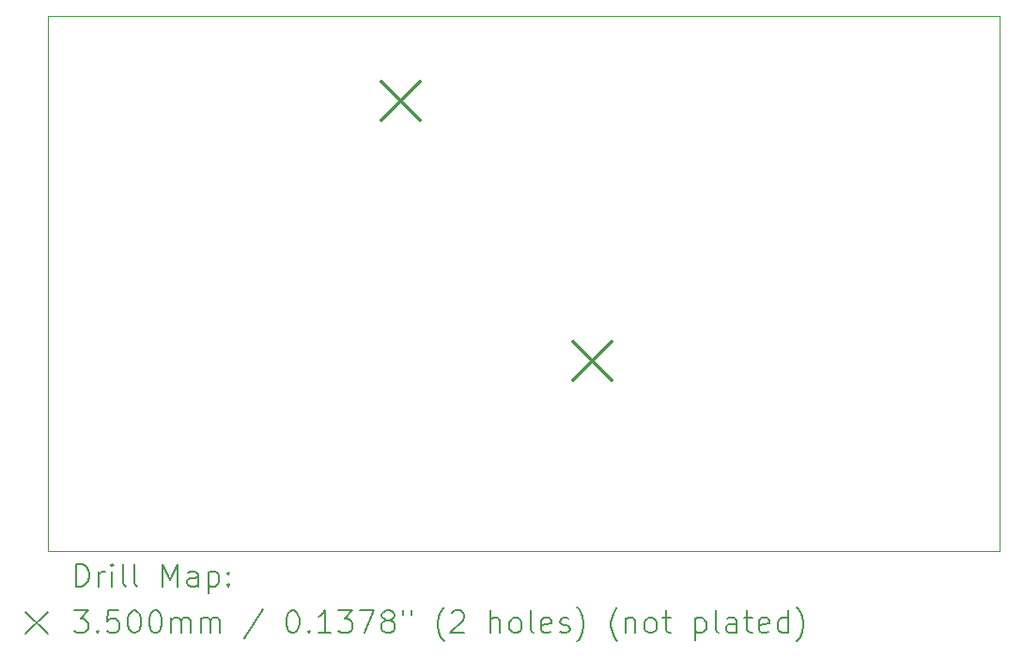
<source format=gbr>
%TF.GenerationSoftware,KiCad,Pcbnew,(6.0.9)*%
%TF.CreationDate,2022-12-19T09:42:55-08:00*%
%TF.ProjectId,TinyG-SuperPid-Integrator,54696e79-472d-4537-9570-65725069642d,rev?*%
%TF.SameCoordinates,Original*%
%TF.FileFunction,Drillmap*%
%TF.FilePolarity,Positive*%
%FSLAX45Y45*%
G04 Gerber Fmt 4.5, Leading zero omitted, Abs format (unit mm)*
G04 Created by KiCad (PCBNEW (6.0.9)) date 2022-12-19 09:42:55*
%MOMM*%
%LPD*%
G01*
G04 APERTURE LIST*
%ADD10C,0.100000*%
%ADD11C,0.200000*%
%ADD12C,0.350000*%
G04 APERTURE END LIST*
D10*
X2476500Y-9334500D02*
X11049000Y-9334500D01*
X11049000Y-9334500D02*
X11049000Y-4508500D01*
X11049000Y-4508500D02*
X2476500Y-4508500D01*
X2476500Y-4508500D02*
X2476500Y-9334500D01*
D11*
D12*
X5480332Y-5097780D02*
X5830332Y-5447780D01*
X5830332Y-5097780D02*
X5480332Y-5447780D01*
X7205500Y-7445000D02*
X7555500Y-7795000D01*
X7555500Y-7445000D02*
X7205500Y-7795000D01*
D11*
X2729119Y-9649976D02*
X2729119Y-9449976D01*
X2776738Y-9449976D01*
X2805309Y-9459500D01*
X2824357Y-9478548D01*
X2833881Y-9497595D01*
X2843405Y-9535690D01*
X2843405Y-9564262D01*
X2833881Y-9602357D01*
X2824357Y-9621405D01*
X2805309Y-9640452D01*
X2776738Y-9649976D01*
X2729119Y-9649976D01*
X2929119Y-9649976D02*
X2929119Y-9516643D01*
X2929119Y-9554738D02*
X2938643Y-9535690D01*
X2948167Y-9526167D01*
X2967214Y-9516643D01*
X2986262Y-9516643D01*
X3052928Y-9649976D02*
X3052928Y-9516643D01*
X3052928Y-9449976D02*
X3043405Y-9459500D01*
X3052928Y-9469024D01*
X3062452Y-9459500D01*
X3052928Y-9449976D01*
X3052928Y-9469024D01*
X3176738Y-9649976D02*
X3157690Y-9640452D01*
X3148167Y-9621405D01*
X3148167Y-9449976D01*
X3281500Y-9649976D02*
X3262452Y-9640452D01*
X3252928Y-9621405D01*
X3252928Y-9449976D01*
X3510071Y-9649976D02*
X3510071Y-9449976D01*
X3576738Y-9592833D01*
X3643405Y-9449976D01*
X3643405Y-9649976D01*
X3824357Y-9649976D02*
X3824357Y-9545214D01*
X3814833Y-9526167D01*
X3795786Y-9516643D01*
X3757690Y-9516643D01*
X3738643Y-9526167D01*
X3824357Y-9640452D02*
X3805309Y-9649976D01*
X3757690Y-9649976D01*
X3738643Y-9640452D01*
X3729119Y-9621405D01*
X3729119Y-9602357D01*
X3738643Y-9583310D01*
X3757690Y-9573786D01*
X3805309Y-9573786D01*
X3824357Y-9564262D01*
X3919595Y-9516643D02*
X3919595Y-9716643D01*
X3919595Y-9526167D02*
X3938643Y-9516643D01*
X3976738Y-9516643D01*
X3995786Y-9526167D01*
X4005309Y-9535690D01*
X4014833Y-9554738D01*
X4014833Y-9611881D01*
X4005309Y-9630929D01*
X3995786Y-9640452D01*
X3976738Y-9649976D01*
X3938643Y-9649976D01*
X3919595Y-9640452D01*
X4100548Y-9630929D02*
X4110071Y-9640452D01*
X4100548Y-9649976D01*
X4091024Y-9640452D01*
X4100548Y-9630929D01*
X4100548Y-9649976D01*
X4100548Y-9526167D02*
X4110071Y-9535690D01*
X4100548Y-9545214D01*
X4091024Y-9535690D01*
X4100548Y-9526167D01*
X4100548Y-9545214D01*
X2271500Y-9879500D02*
X2471500Y-10079500D01*
X2471500Y-9879500D02*
X2271500Y-10079500D01*
X2710071Y-9869976D02*
X2833881Y-9869976D01*
X2767214Y-9946167D01*
X2795786Y-9946167D01*
X2814833Y-9955690D01*
X2824357Y-9965214D01*
X2833881Y-9984262D01*
X2833881Y-10031881D01*
X2824357Y-10050929D01*
X2814833Y-10060452D01*
X2795786Y-10069976D01*
X2738643Y-10069976D01*
X2719595Y-10060452D01*
X2710071Y-10050929D01*
X2919595Y-10050929D02*
X2929119Y-10060452D01*
X2919595Y-10069976D01*
X2910071Y-10060452D01*
X2919595Y-10050929D01*
X2919595Y-10069976D01*
X3110071Y-9869976D02*
X3014833Y-9869976D01*
X3005309Y-9965214D01*
X3014833Y-9955690D01*
X3033881Y-9946167D01*
X3081500Y-9946167D01*
X3100548Y-9955690D01*
X3110071Y-9965214D01*
X3119595Y-9984262D01*
X3119595Y-10031881D01*
X3110071Y-10050929D01*
X3100548Y-10060452D01*
X3081500Y-10069976D01*
X3033881Y-10069976D01*
X3014833Y-10060452D01*
X3005309Y-10050929D01*
X3243405Y-9869976D02*
X3262452Y-9869976D01*
X3281500Y-9879500D01*
X3291024Y-9889024D01*
X3300548Y-9908071D01*
X3310071Y-9946167D01*
X3310071Y-9993786D01*
X3300548Y-10031881D01*
X3291024Y-10050929D01*
X3281500Y-10060452D01*
X3262452Y-10069976D01*
X3243405Y-10069976D01*
X3224357Y-10060452D01*
X3214833Y-10050929D01*
X3205309Y-10031881D01*
X3195786Y-9993786D01*
X3195786Y-9946167D01*
X3205309Y-9908071D01*
X3214833Y-9889024D01*
X3224357Y-9879500D01*
X3243405Y-9869976D01*
X3433881Y-9869976D02*
X3452928Y-9869976D01*
X3471976Y-9879500D01*
X3481500Y-9889024D01*
X3491024Y-9908071D01*
X3500548Y-9946167D01*
X3500548Y-9993786D01*
X3491024Y-10031881D01*
X3481500Y-10050929D01*
X3471976Y-10060452D01*
X3452928Y-10069976D01*
X3433881Y-10069976D01*
X3414833Y-10060452D01*
X3405309Y-10050929D01*
X3395786Y-10031881D01*
X3386262Y-9993786D01*
X3386262Y-9946167D01*
X3395786Y-9908071D01*
X3405309Y-9889024D01*
X3414833Y-9879500D01*
X3433881Y-9869976D01*
X3586262Y-10069976D02*
X3586262Y-9936643D01*
X3586262Y-9955690D02*
X3595786Y-9946167D01*
X3614833Y-9936643D01*
X3643405Y-9936643D01*
X3662452Y-9946167D01*
X3671976Y-9965214D01*
X3671976Y-10069976D01*
X3671976Y-9965214D02*
X3681500Y-9946167D01*
X3700548Y-9936643D01*
X3729119Y-9936643D01*
X3748167Y-9946167D01*
X3757690Y-9965214D01*
X3757690Y-10069976D01*
X3852928Y-10069976D02*
X3852928Y-9936643D01*
X3852928Y-9955690D02*
X3862452Y-9946167D01*
X3881500Y-9936643D01*
X3910071Y-9936643D01*
X3929119Y-9946167D01*
X3938643Y-9965214D01*
X3938643Y-10069976D01*
X3938643Y-9965214D02*
X3948167Y-9946167D01*
X3967214Y-9936643D01*
X3995786Y-9936643D01*
X4014833Y-9946167D01*
X4024357Y-9965214D01*
X4024357Y-10069976D01*
X4414833Y-9860452D02*
X4243405Y-10117595D01*
X4671976Y-9869976D02*
X4691024Y-9869976D01*
X4710071Y-9879500D01*
X4719595Y-9889024D01*
X4729119Y-9908071D01*
X4738643Y-9946167D01*
X4738643Y-9993786D01*
X4729119Y-10031881D01*
X4719595Y-10050929D01*
X4710071Y-10060452D01*
X4691024Y-10069976D01*
X4671976Y-10069976D01*
X4652929Y-10060452D01*
X4643405Y-10050929D01*
X4633881Y-10031881D01*
X4624357Y-9993786D01*
X4624357Y-9946167D01*
X4633881Y-9908071D01*
X4643405Y-9889024D01*
X4652929Y-9879500D01*
X4671976Y-9869976D01*
X4824357Y-10050929D02*
X4833881Y-10060452D01*
X4824357Y-10069976D01*
X4814833Y-10060452D01*
X4824357Y-10050929D01*
X4824357Y-10069976D01*
X5024357Y-10069976D02*
X4910071Y-10069976D01*
X4967214Y-10069976D02*
X4967214Y-9869976D01*
X4948167Y-9898548D01*
X4929119Y-9917595D01*
X4910071Y-9927119D01*
X5091024Y-9869976D02*
X5214833Y-9869976D01*
X5148167Y-9946167D01*
X5176738Y-9946167D01*
X5195786Y-9955690D01*
X5205310Y-9965214D01*
X5214833Y-9984262D01*
X5214833Y-10031881D01*
X5205310Y-10050929D01*
X5195786Y-10060452D01*
X5176738Y-10069976D01*
X5119595Y-10069976D01*
X5100548Y-10060452D01*
X5091024Y-10050929D01*
X5281500Y-9869976D02*
X5414833Y-9869976D01*
X5329119Y-10069976D01*
X5519595Y-9955690D02*
X5500548Y-9946167D01*
X5491024Y-9936643D01*
X5481500Y-9917595D01*
X5481500Y-9908071D01*
X5491024Y-9889024D01*
X5500548Y-9879500D01*
X5519595Y-9869976D01*
X5557690Y-9869976D01*
X5576738Y-9879500D01*
X5586262Y-9889024D01*
X5595786Y-9908071D01*
X5595786Y-9917595D01*
X5586262Y-9936643D01*
X5576738Y-9946167D01*
X5557690Y-9955690D01*
X5519595Y-9955690D01*
X5500548Y-9965214D01*
X5491024Y-9974738D01*
X5481500Y-9993786D01*
X5481500Y-10031881D01*
X5491024Y-10050929D01*
X5500548Y-10060452D01*
X5519595Y-10069976D01*
X5557690Y-10069976D01*
X5576738Y-10060452D01*
X5586262Y-10050929D01*
X5595786Y-10031881D01*
X5595786Y-9993786D01*
X5586262Y-9974738D01*
X5576738Y-9965214D01*
X5557690Y-9955690D01*
X5671976Y-9869976D02*
X5671976Y-9908071D01*
X5748167Y-9869976D02*
X5748167Y-9908071D01*
X6043405Y-10146167D02*
X6033881Y-10136643D01*
X6014833Y-10108071D01*
X6005309Y-10089024D01*
X5995786Y-10060452D01*
X5986262Y-10012833D01*
X5986262Y-9974738D01*
X5995786Y-9927119D01*
X6005309Y-9898548D01*
X6014833Y-9879500D01*
X6033881Y-9850929D01*
X6043405Y-9841405D01*
X6110071Y-9889024D02*
X6119595Y-9879500D01*
X6138643Y-9869976D01*
X6186262Y-9869976D01*
X6205309Y-9879500D01*
X6214833Y-9889024D01*
X6224357Y-9908071D01*
X6224357Y-9927119D01*
X6214833Y-9955690D01*
X6100548Y-10069976D01*
X6224357Y-10069976D01*
X6462452Y-10069976D02*
X6462452Y-9869976D01*
X6548167Y-10069976D02*
X6548167Y-9965214D01*
X6538643Y-9946167D01*
X6519595Y-9936643D01*
X6491024Y-9936643D01*
X6471976Y-9946167D01*
X6462452Y-9955690D01*
X6671976Y-10069976D02*
X6652928Y-10060452D01*
X6643405Y-10050929D01*
X6633881Y-10031881D01*
X6633881Y-9974738D01*
X6643405Y-9955690D01*
X6652928Y-9946167D01*
X6671976Y-9936643D01*
X6700548Y-9936643D01*
X6719595Y-9946167D01*
X6729119Y-9955690D01*
X6738643Y-9974738D01*
X6738643Y-10031881D01*
X6729119Y-10050929D01*
X6719595Y-10060452D01*
X6700548Y-10069976D01*
X6671976Y-10069976D01*
X6852928Y-10069976D02*
X6833881Y-10060452D01*
X6824357Y-10041405D01*
X6824357Y-9869976D01*
X7005309Y-10060452D02*
X6986262Y-10069976D01*
X6948167Y-10069976D01*
X6929119Y-10060452D01*
X6919595Y-10041405D01*
X6919595Y-9965214D01*
X6929119Y-9946167D01*
X6948167Y-9936643D01*
X6986262Y-9936643D01*
X7005309Y-9946167D01*
X7014833Y-9965214D01*
X7014833Y-9984262D01*
X6919595Y-10003310D01*
X7091024Y-10060452D02*
X7110071Y-10069976D01*
X7148167Y-10069976D01*
X7167214Y-10060452D01*
X7176738Y-10041405D01*
X7176738Y-10031881D01*
X7167214Y-10012833D01*
X7148167Y-10003310D01*
X7119595Y-10003310D01*
X7100548Y-9993786D01*
X7091024Y-9974738D01*
X7091024Y-9965214D01*
X7100548Y-9946167D01*
X7119595Y-9936643D01*
X7148167Y-9936643D01*
X7167214Y-9946167D01*
X7243405Y-10146167D02*
X7252928Y-10136643D01*
X7271976Y-10108071D01*
X7281500Y-10089024D01*
X7291024Y-10060452D01*
X7300548Y-10012833D01*
X7300548Y-9974738D01*
X7291024Y-9927119D01*
X7281500Y-9898548D01*
X7271976Y-9879500D01*
X7252928Y-9850929D01*
X7243405Y-9841405D01*
X7605309Y-10146167D02*
X7595786Y-10136643D01*
X7576738Y-10108071D01*
X7567214Y-10089024D01*
X7557690Y-10060452D01*
X7548167Y-10012833D01*
X7548167Y-9974738D01*
X7557690Y-9927119D01*
X7567214Y-9898548D01*
X7576738Y-9879500D01*
X7595786Y-9850929D01*
X7605309Y-9841405D01*
X7681500Y-9936643D02*
X7681500Y-10069976D01*
X7681500Y-9955690D02*
X7691024Y-9946167D01*
X7710071Y-9936643D01*
X7738643Y-9936643D01*
X7757690Y-9946167D01*
X7767214Y-9965214D01*
X7767214Y-10069976D01*
X7891024Y-10069976D02*
X7871976Y-10060452D01*
X7862452Y-10050929D01*
X7852928Y-10031881D01*
X7852928Y-9974738D01*
X7862452Y-9955690D01*
X7871976Y-9946167D01*
X7891024Y-9936643D01*
X7919595Y-9936643D01*
X7938643Y-9946167D01*
X7948167Y-9955690D01*
X7957690Y-9974738D01*
X7957690Y-10031881D01*
X7948167Y-10050929D01*
X7938643Y-10060452D01*
X7919595Y-10069976D01*
X7891024Y-10069976D01*
X8014833Y-9936643D02*
X8091024Y-9936643D01*
X8043405Y-9869976D02*
X8043405Y-10041405D01*
X8052928Y-10060452D01*
X8071976Y-10069976D01*
X8091024Y-10069976D01*
X8310071Y-9936643D02*
X8310071Y-10136643D01*
X8310071Y-9946167D02*
X8329119Y-9936643D01*
X8367214Y-9936643D01*
X8386262Y-9946167D01*
X8395786Y-9955690D01*
X8405310Y-9974738D01*
X8405310Y-10031881D01*
X8395786Y-10050929D01*
X8386262Y-10060452D01*
X8367214Y-10069976D01*
X8329119Y-10069976D01*
X8310071Y-10060452D01*
X8519595Y-10069976D02*
X8500548Y-10060452D01*
X8491024Y-10041405D01*
X8491024Y-9869976D01*
X8681500Y-10069976D02*
X8681500Y-9965214D01*
X8671976Y-9946167D01*
X8652929Y-9936643D01*
X8614833Y-9936643D01*
X8595786Y-9946167D01*
X8681500Y-10060452D02*
X8662452Y-10069976D01*
X8614833Y-10069976D01*
X8595786Y-10060452D01*
X8586262Y-10041405D01*
X8586262Y-10022357D01*
X8595786Y-10003310D01*
X8614833Y-9993786D01*
X8662452Y-9993786D01*
X8681500Y-9984262D01*
X8748167Y-9936643D02*
X8824357Y-9936643D01*
X8776738Y-9869976D02*
X8776738Y-10041405D01*
X8786262Y-10060452D01*
X8805310Y-10069976D01*
X8824357Y-10069976D01*
X8967214Y-10060452D02*
X8948167Y-10069976D01*
X8910071Y-10069976D01*
X8891024Y-10060452D01*
X8881500Y-10041405D01*
X8881500Y-9965214D01*
X8891024Y-9946167D01*
X8910071Y-9936643D01*
X8948167Y-9936643D01*
X8967214Y-9946167D01*
X8976738Y-9965214D01*
X8976738Y-9984262D01*
X8881500Y-10003310D01*
X9148167Y-10069976D02*
X9148167Y-9869976D01*
X9148167Y-10060452D02*
X9129119Y-10069976D01*
X9091024Y-10069976D01*
X9071976Y-10060452D01*
X9062452Y-10050929D01*
X9052929Y-10031881D01*
X9052929Y-9974738D01*
X9062452Y-9955690D01*
X9071976Y-9946167D01*
X9091024Y-9936643D01*
X9129119Y-9936643D01*
X9148167Y-9946167D01*
X9224357Y-10146167D02*
X9233881Y-10136643D01*
X9252929Y-10108071D01*
X9262452Y-10089024D01*
X9271976Y-10060452D01*
X9281500Y-10012833D01*
X9281500Y-9974738D01*
X9271976Y-9927119D01*
X9262452Y-9898548D01*
X9252929Y-9879500D01*
X9233881Y-9850929D01*
X9224357Y-9841405D01*
M02*

</source>
